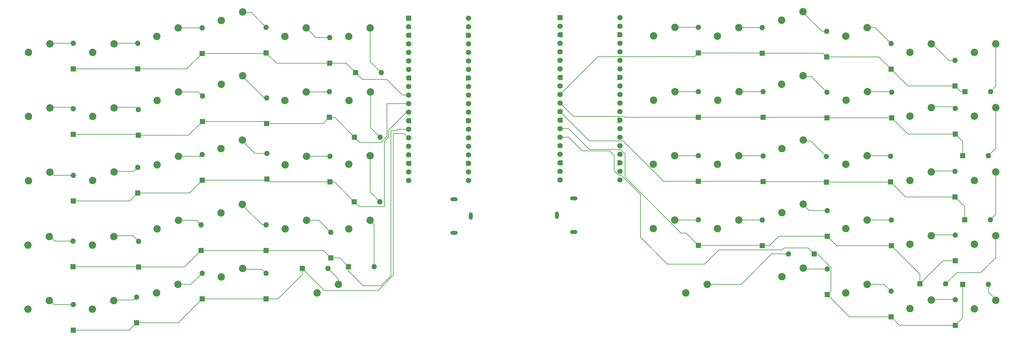
<source format=gbl>
G04 #@! TF.GenerationSoftware,KiCad,Pcbnew,9.0.2*
G04 #@! TF.CreationDate,2025-05-23T18:35:33-06:00*
G04 #@! TF.ProjectId,Colette,436f6c65-7474-4652-9e6b-696361645f70,rev?*
G04 #@! TF.SameCoordinates,Original*
G04 #@! TF.FileFunction,Copper,L2,Bot*
G04 #@! TF.FilePolarity,Positive*
%FSLAX46Y46*%
G04 Gerber Fmt 4.6, Leading zero omitted, Abs format (unit mm)*
G04 Created by KiCad (PCBNEW 9.0.2) date 2025-05-23 18:35:33*
%MOMM*%
%LPD*%
G01*
G04 APERTURE LIST*
G04 Aperture macros list*
%AMRoundRect*
0 Rectangle with rounded corners*
0 $1 Rounding radius*
0 $2 $3 $4 $5 $6 $7 $8 $9 X,Y pos of 4 corners*
0 Add a 4 corners polygon primitive as box body*
4,1,4,$2,$3,$4,$5,$6,$7,$8,$9,$2,$3,0*
0 Add four circle primitives for the rounded corners*
1,1,$1+$1,$2,$3*
1,1,$1+$1,$4,$5*
1,1,$1+$1,$6,$7*
1,1,$1+$1,$8,$9*
0 Add four rect primitives between the rounded corners*
20,1,$1+$1,$2,$3,$4,$5,0*
20,1,$1+$1,$4,$5,$6,$7,0*
20,1,$1+$1,$6,$7,$8,$9,0*
20,1,$1+$1,$8,$9,$2,$3,0*%
%AMFreePoly0*
4,1,37,0.603843,0.796157,0.639018,0.796157,0.711114,0.766294,0.766294,0.711114,0.796157,0.639018,0.796157,0.603843,0.800000,0.600000,0.800000,-0.600000,0.796157,-0.603843,0.796157,-0.639018,0.766294,-0.711114,0.711114,-0.766294,0.639018,-0.796157,0.603843,-0.796157,0.600000,-0.800000,0.000000,-0.800000,0.000000,-0.796148,-0.078414,-0.796148,-0.232228,-0.765552,-0.377117,-0.705537,
-0.507515,-0.618408,-0.618408,-0.507515,-0.705537,-0.377117,-0.765552,-0.232228,-0.796148,-0.078414,-0.796148,0.078414,-0.765552,0.232228,-0.705537,0.377117,-0.618408,0.507515,-0.507515,0.618408,-0.377117,0.705537,-0.232228,0.765552,-0.078414,0.796148,0.000000,0.796148,0.000000,0.800000,0.600000,0.800000,0.603843,0.796157,0.603843,0.796157,$1*%
%AMFreePoly1*
4,1,37,0.000000,0.796148,0.078414,0.796148,0.232228,0.765552,0.377117,0.705537,0.507515,0.618408,0.618408,0.507515,0.705537,0.377117,0.765552,0.232228,0.796148,0.078414,0.796148,-0.078414,0.765552,-0.232228,0.705537,-0.377117,0.618408,-0.507515,0.507515,-0.618408,0.377117,-0.705537,0.232228,-0.765552,0.078414,-0.796148,0.000000,-0.796148,0.000000,-0.800000,-0.600000,-0.800000,
-0.603843,-0.796157,-0.639018,-0.796157,-0.711114,-0.766294,-0.766294,-0.711114,-0.796157,-0.639018,-0.796157,-0.603843,-0.800000,-0.600000,-0.800000,0.600000,-0.796157,0.603843,-0.796157,0.639018,-0.766294,0.711114,-0.711114,0.766294,-0.639018,0.796157,-0.603843,0.796157,-0.600000,0.800000,0.000000,0.800000,0.000000,0.796148,0.000000,0.796148,$1*%
G04 Aperture macros list end*
G04 #@! TA.AperFunction,ComponentPad*
%ADD10C,2.200000*%
G04 #@! TD*
G04 #@! TA.AperFunction,ComponentPad*
%ADD11R,1.600000X1.600000*%
G04 #@! TD*
G04 #@! TA.AperFunction,ComponentPad*
%ADD12O,1.600000X1.600000*%
G04 #@! TD*
G04 #@! TA.AperFunction,ComponentPad*
%ADD13O,2.200000X1.200000*%
G04 #@! TD*
G04 #@! TA.AperFunction,ComponentPad*
%ADD14O,1.200000X2.200000*%
G04 #@! TD*
G04 #@! TA.AperFunction,ComponentPad*
%ADD15RoundRect,0.200000X-0.600000X-0.600000X0.600000X-0.600000X0.600000X0.600000X-0.600000X0.600000X0*%
G04 #@! TD*
G04 #@! TA.AperFunction,ComponentPad*
%ADD16C,1.600000*%
G04 #@! TD*
G04 #@! TA.AperFunction,ComponentPad*
%ADD17FreePoly0,0.000000*%
G04 #@! TD*
G04 #@! TA.AperFunction,ComponentPad*
%ADD18FreePoly1,0.000000*%
G04 #@! TD*
G04 #@! TA.AperFunction,Conductor*
%ADD19C,0.200000*%
G04 #@! TD*
G04 APERTURE END LIST*
D10*
X323075000Y-87107500D03*
X316725000Y-89647500D03*
D11*
X87520000Y-72127500D03*
D12*
X87520000Y-64507500D03*
D11*
X291975000Y-130265000D03*
D12*
X291975000Y-122645000D03*
D11*
X87420000Y-51927500D03*
D12*
X87420000Y-44307500D03*
D11*
X106720000Y-89227500D03*
D12*
X106720000Y-81607500D03*
D11*
X49220000Y-56527500D03*
D12*
X49220000Y-48907500D03*
D10*
X61220000Y-125420000D03*
X54870000Y-127960000D03*
X137320000Y-101577500D03*
X130970000Y-104117500D03*
D11*
X106620000Y-72727500D03*
D12*
X106620000Y-65107500D03*
D11*
X234775000Y-89965000D03*
D12*
X234775000Y-82345000D03*
D11*
X272775000Y-90155000D03*
D12*
X272775000Y-82535000D03*
D10*
X303925000Y-125267500D03*
X297575000Y-127807500D03*
X265975000Y-96682500D03*
X259625000Y-99222500D03*
X127970000Y-120617500D03*
X121620000Y-123157500D03*
D11*
X106420000Y-124927500D03*
D12*
X106420000Y-117307500D03*
D10*
X99420000Y-96795000D03*
X93070000Y-99335000D03*
D11*
X125620000Y-112727500D03*
D12*
X125620000Y-105107500D03*
D13*
X197750000Y-95000000D03*
D14*
X192750000Y-100000000D03*
D13*
X197750000Y-105000000D03*
D10*
X137370000Y-44317500D03*
X131020000Y-46857500D03*
D11*
X273075000Y-106255000D03*
D12*
X273075000Y-98635000D03*
D10*
X227815000Y-63265000D03*
X221465000Y-65805000D03*
D11*
X273075000Y-123655000D03*
D12*
X273075000Y-116035000D03*
D10*
X246875000Y-63245000D03*
X240525000Y-65785000D03*
X303975000Y-87107500D03*
X297625000Y-89647500D03*
X118370000Y-63317500D03*
X112020000Y-65857500D03*
X118370000Y-44317500D03*
X112020000Y-46857500D03*
X303975000Y-49007500D03*
X297625000Y-51547500D03*
X80370000Y-44317500D03*
X74020000Y-46857500D03*
D11*
X311075000Y-113555000D03*
D12*
X311075000Y-105935000D03*
D10*
X284975000Y-63245000D03*
X278625000Y-65785000D03*
X237375000Y-120545000D03*
X231025000Y-123085000D03*
X246825000Y-82305000D03*
X240475000Y-84845000D03*
X284875000Y-120545000D03*
X278525000Y-123085000D03*
D11*
X133010000Y-57607500D03*
D12*
X140630000Y-57607500D03*
D10*
X323075000Y-68007500D03*
X316725000Y-70547500D03*
X80420000Y-101557500D03*
X74070000Y-104097500D03*
D11*
X253775000Y-109055000D03*
D12*
X253775000Y-101435000D03*
D11*
X234775000Y-70855000D03*
D12*
X234775000Y-63235000D03*
D10*
X265975000Y-115782500D03*
X259625000Y-118322500D03*
X80420000Y-82457500D03*
X74070000Y-84997500D03*
D11*
X310975000Y-94555000D03*
D12*
X310975000Y-86935000D03*
D10*
X137320000Y-82357500D03*
X130970000Y-84897500D03*
D11*
X125420000Y-90117500D03*
D12*
X125420000Y-82497500D03*
D10*
X80270000Y-120617500D03*
X73920000Y-123157500D03*
D11*
X253975000Y-70855000D03*
D12*
X253975000Y-63235000D03*
D10*
X227775000Y-101445000D03*
X221425000Y-103985000D03*
X323125000Y-49067500D03*
X316775000Y-51607500D03*
D11*
X125220000Y-70907500D03*
D12*
X125220000Y-63287500D03*
D11*
X272875000Y-52965000D03*
D12*
X272875000Y-45345000D03*
D11*
X291875000Y-90065000D03*
D12*
X291875000Y-82445000D03*
D11*
X68620000Y-115427500D03*
D12*
X68620000Y-107807500D03*
D10*
X61270000Y-87180000D03*
X54920000Y-89720000D03*
D11*
X313955000Y-63245000D03*
D12*
X321575000Y-63245000D03*
D11*
X292175000Y-71055000D03*
D12*
X292175000Y-63435000D03*
D11*
X313265000Y-120545000D03*
D12*
X320885000Y-120545000D03*
D10*
X284875000Y-82345000D03*
X278525000Y-84885000D03*
D11*
X49120000Y-115317500D03*
D12*
X49120000Y-107697500D03*
D11*
X49220000Y-75927500D03*
D12*
X49220000Y-68307500D03*
D10*
X61270000Y-49080000D03*
X54920000Y-51620000D03*
X99470000Y-115855000D03*
X93120000Y-118395000D03*
D11*
X125320000Y-54827500D03*
D12*
X125320000Y-47207500D03*
D15*
X148720000Y-41447500D03*
D16*
X148720000Y-43987500D03*
D17*
X148720000Y-46527500D03*
D16*
X148720000Y-49067500D03*
X148720000Y-51607500D03*
X148720000Y-54147500D03*
X148720000Y-56687500D03*
D17*
X148720000Y-59227500D03*
D16*
X148720000Y-61767500D03*
X148720000Y-64307500D03*
X148720000Y-66847500D03*
X148720000Y-69387500D03*
D17*
X148720000Y-71927500D03*
D16*
X148720000Y-74467500D03*
X148720000Y-77007500D03*
X148720000Y-79547500D03*
X148720000Y-82087500D03*
D17*
X148720000Y-84627500D03*
D16*
X148720000Y-87167500D03*
X148720000Y-89707500D03*
X166500000Y-89707500D03*
X166500000Y-87167500D03*
D18*
X166500000Y-84627500D03*
D16*
X166500000Y-82087500D03*
X166500000Y-79547500D03*
X166500000Y-77007500D03*
X166500000Y-74467500D03*
D18*
X166500000Y-71927500D03*
D16*
X166500000Y-69387500D03*
X166500000Y-66847500D03*
X166500000Y-64307500D03*
X166500000Y-61767500D03*
D18*
X166500000Y-59227500D03*
D16*
X166500000Y-56687500D03*
X166500000Y-54147500D03*
X166500000Y-51607500D03*
X166500000Y-49067500D03*
D18*
X166500000Y-46527500D03*
D16*
X166500000Y-43987500D03*
X166500000Y-41447500D03*
D10*
X42220000Y-49080000D03*
X35870000Y-51620000D03*
D11*
X87420000Y-89617500D03*
D12*
X87420000Y-81997500D03*
D10*
X303975000Y-68007500D03*
X297625000Y-70547500D03*
D15*
X193750000Y-41250000D03*
D16*
X193750000Y-43790000D03*
D17*
X193750000Y-46330000D03*
D16*
X193750000Y-48870000D03*
X193750000Y-51410000D03*
X193750000Y-53950000D03*
X193750000Y-56490000D03*
D17*
X193750000Y-59030000D03*
D16*
X193750000Y-61570000D03*
X193750000Y-64110000D03*
X193750000Y-66650000D03*
X193750000Y-69190000D03*
D17*
X193750000Y-71730000D03*
D16*
X193750000Y-74270000D03*
X193750000Y-76810000D03*
X193750000Y-79350000D03*
X193750000Y-81890000D03*
D17*
X193750000Y-84430000D03*
D16*
X193750000Y-86970000D03*
X193750000Y-89510000D03*
X211530000Y-89510000D03*
X211530000Y-86970000D03*
D18*
X211530000Y-84430000D03*
D16*
X211530000Y-81890000D03*
X211530000Y-79350000D03*
X211530000Y-76810000D03*
X211530000Y-74270000D03*
D18*
X211530000Y-71730000D03*
D16*
X211530000Y-69190000D03*
X211530000Y-66650000D03*
X211530000Y-64110000D03*
X211530000Y-61570000D03*
D18*
X211530000Y-59030000D03*
D16*
X211530000Y-56490000D03*
X211530000Y-53950000D03*
X211530000Y-51410000D03*
X211530000Y-48870000D03*
D18*
X211530000Y-46330000D03*
D16*
X211530000Y-43790000D03*
X211530000Y-41250000D03*
D11*
X269185000Y-111545000D03*
D12*
X261565000Y-111545000D03*
D10*
X42220000Y-87220000D03*
X35870000Y-89760000D03*
X323075000Y-125307500D03*
X316725000Y-127847500D03*
D11*
X311075000Y-132755000D03*
D12*
X311075000Y-125135000D03*
D10*
X227775000Y-82345000D03*
X221425000Y-84885000D03*
D11*
X132610000Y-96007500D03*
D12*
X140230000Y-96007500D03*
D11*
X313255000Y-82345000D03*
D12*
X320875000Y-82345000D03*
D10*
X99440000Y-39555000D03*
X93090000Y-42095000D03*
D11*
X300555000Y-120445000D03*
D12*
X308175000Y-120445000D03*
D10*
X118420000Y-82457500D03*
X112070000Y-84997500D03*
D11*
X132700000Y-76807500D03*
D12*
X140320000Y-76807500D03*
D10*
X284875000Y-101445000D03*
X278525000Y-103985000D03*
D11*
X87120000Y-110527500D03*
D12*
X87120000Y-102907500D03*
D11*
X311075000Y-75865000D03*
D12*
X311075000Y-68245000D03*
D11*
X253975000Y-90055000D03*
D12*
X253975000Y-82435000D03*
D11*
X313855000Y-101345000D03*
D12*
X321475000Y-101345000D03*
D10*
X42120000Y-125420000D03*
X35770000Y-127960000D03*
D11*
X291975000Y-56555000D03*
D12*
X291975000Y-48935000D03*
D11*
X272975000Y-71065000D03*
D12*
X272975000Y-63445000D03*
D11*
X234775000Y-108965000D03*
D12*
X234775000Y-101345000D03*
D11*
X68320000Y-56527500D03*
D12*
X68320000Y-48907500D03*
D11*
X117210000Y-115807500D03*
D12*
X124830000Y-115807500D03*
D10*
X265975000Y-77682500D03*
X259625000Y-80222500D03*
X303975000Y-106107500D03*
X297625000Y-108647500D03*
D11*
X130910000Y-115307500D03*
D12*
X138530000Y-115307500D03*
D10*
X61320000Y-68120000D03*
X54970000Y-70660000D03*
D11*
X106420000Y-110517500D03*
D12*
X106420000Y-102897500D03*
D11*
X253775000Y-51865000D03*
D12*
X253775000Y-44245000D03*
D10*
X99420000Y-77695000D03*
X93070000Y-80235000D03*
X246825000Y-101445000D03*
X240475000Y-103985000D03*
D11*
X68020000Y-132017500D03*
D12*
X68020000Y-124397500D03*
D11*
X106420000Y-51717500D03*
D12*
X106420000Y-44097500D03*
D11*
X68320000Y-93417500D03*
D12*
X68320000Y-85797500D03*
D10*
X80420000Y-63357500D03*
X74070000Y-65897500D03*
X265875000Y-58482500D03*
X259525000Y-61022500D03*
D11*
X68520000Y-76227500D03*
D12*
X68520000Y-68607500D03*
D11*
X87420000Y-124917500D03*
D12*
X87420000Y-117297500D03*
D10*
X227815000Y-44165000D03*
X221465000Y-46705000D03*
D13*
X162250000Y-105250000D03*
D14*
X167250000Y-100250000D03*
D13*
X162250000Y-95250000D03*
D10*
X99470000Y-58555000D03*
X93120000Y-61095000D03*
X323075000Y-106107500D03*
X316725000Y-108647500D03*
D11*
X234775000Y-51765000D03*
D12*
X234775000Y-44145000D03*
D10*
X284875000Y-44245000D03*
X278525000Y-46785000D03*
X42220000Y-68120000D03*
X35870000Y-70660000D03*
D11*
X49220000Y-134217500D03*
D12*
X49220000Y-126597500D03*
D11*
X49220000Y-95817500D03*
D12*
X49220000Y-88197500D03*
D10*
X118420000Y-101557500D03*
X112070000Y-104097500D03*
X246825000Y-44205000D03*
X240475000Y-46745000D03*
X137420000Y-63357500D03*
X131070000Y-65897500D03*
X265875000Y-39482500D03*
X259525000Y-42022500D03*
D11*
X310975000Y-61565000D03*
D12*
X310975000Y-53945000D03*
D10*
X42120000Y-106320000D03*
X35770000Y-108860000D03*
X61220000Y-106320000D03*
X54870000Y-108860000D03*
D11*
X292075000Y-109055000D03*
D12*
X292075000Y-101435000D03*
D19*
X49180000Y-48867500D02*
X49220000Y-48907500D01*
X42220000Y-48867500D02*
X49180000Y-48867500D01*
X87420000Y-51927500D02*
X106210000Y-51927500D01*
X106210000Y-51927500D02*
X106420000Y-51717500D01*
X68320000Y-56527500D02*
X82820000Y-56527500D01*
X133010000Y-57607500D02*
X135010000Y-59607500D01*
X146920000Y-64307500D02*
X148140000Y-64307500D01*
X106420000Y-51717500D02*
X109530000Y-54827500D01*
X125320000Y-54827500D02*
X130230000Y-54827500D01*
X109530000Y-54827500D02*
X125320000Y-54827500D01*
X142220000Y-59607500D02*
X146920000Y-64307500D01*
X49220000Y-56527500D02*
X68320000Y-56527500D01*
X130230000Y-54827500D02*
X133010000Y-57607500D01*
X135010000Y-59607500D02*
X142220000Y-59607500D01*
X82820000Y-56527500D02*
X87420000Y-51927500D01*
X68280000Y-48867500D02*
X68320000Y-48907500D01*
X61270000Y-48867500D02*
X68280000Y-48867500D01*
X87410000Y-44317500D02*
X87420000Y-44307500D01*
X80370000Y-44317500D02*
X87410000Y-44317500D01*
X102090000Y-39767500D02*
X106420000Y-44097500D01*
X99440000Y-39767500D02*
X102090000Y-39767500D01*
X121260000Y-47207500D02*
X125320000Y-47207500D01*
X118370000Y-44317500D02*
X121260000Y-47207500D01*
X137370000Y-54347500D02*
X137370000Y-44317500D01*
X140630000Y-57607500D02*
X137370000Y-54347500D01*
X140420000Y-78407500D02*
X142320000Y-76507500D01*
X106620000Y-72727500D02*
X123400000Y-72727500D01*
X123400000Y-72727500D02*
X125220000Y-70907500D01*
X132700000Y-76807500D02*
X134300000Y-78407500D01*
X142320000Y-66707500D02*
X142460000Y-66847500D01*
X49220000Y-75927500D02*
X68220000Y-75927500D01*
X125220000Y-70907500D02*
X126800000Y-70907500D01*
X142320000Y-76507500D02*
X142320000Y-66707500D01*
X68220000Y-75927500D02*
X68520000Y-76227500D01*
X83420000Y-76227500D02*
X87520000Y-72127500D01*
X68520000Y-76227500D02*
X83420000Y-76227500D01*
X106020000Y-72127500D02*
X106620000Y-72727500D01*
X87520000Y-72127500D02*
X106020000Y-72127500D01*
X134300000Y-78407500D02*
X140420000Y-78407500D01*
X126800000Y-70907500D02*
X132700000Y-76807500D01*
X142460000Y-66847500D02*
X148140000Y-66847500D01*
X48820000Y-67907500D02*
X49220000Y-68307500D01*
X42220000Y-67907500D02*
X48820000Y-67907500D01*
X61320000Y-67907500D02*
X67820000Y-67907500D01*
X67820000Y-67907500D02*
X68520000Y-68607500D01*
X86370000Y-63357500D02*
X87520000Y-64507500D01*
X80420000Y-63357500D02*
X86370000Y-63357500D01*
X99470000Y-58767500D02*
X105810000Y-65107500D01*
X105810000Y-65107500D02*
X106620000Y-65107500D01*
X118370000Y-63317500D02*
X125190000Y-63317500D01*
X125190000Y-63317500D02*
X125220000Y-63287500D01*
X137420000Y-63357500D02*
X137420000Y-73907500D01*
X137420000Y-73907500D02*
X140320000Y-76807500D01*
X107610000Y-90117500D02*
X125420000Y-90117500D01*
X141520000Y-78107500D02*
X142720000Y-76907500D01*
X134110000Y-97507500D02*
X141520000Y-97507500D01*
X141520000Y-97507500D02*
X141520000Y-78107500D01*
X106330000Y-89617500D02*
X106720000Y-89227500D01*
X68320000Y-93417500D02*
X83620000Y-93417500D01*
X49220000Y-95817500D02*
X65920000Y-95817500D01*
X83620000Y-93417500D02*
X87420000Y-89617500D01*
X65920000Y-95817500D02*
X68320000Y-93417500D01*
X142720000Y-76907500D02*
X142720000Y-74807500D01*
X142720000Y-74807500D02*
X148140000Y-69387500D01*
X132610000Y-96007500D02*
X134110000Y-97507500D01*
X87420000Y-89617500D02*
X106330000Y-89617500D01*
X126720000Y-90117500D02*
X132610000Y-96007500D01*
X125420000Y-90117500D02*
X126720000Y-90117500D01*
X106720000Y-89227500D02*
X107610000Y-90117500D01*
X42220000Y-87007500D02*
X43410000Y-88197500D01*
X43410000Y-88197500D02*
X49220000Y-88197500D01*
X61270000Y-86967500D02*
X67150000Y-86967500D01*
X67150000Y-86967500D02*
X68320000Y-85797500D01*
X86960000Y-82457500D02*
X87420000Y-81997500D01*
X80420000Y-82457500D02*
X86960000Y-82457500D01*
X99420000Y-77907500D02*
X103120000Y-81607500D01*
X103120000Y-81607500D02*
X106720000Y-81607500D01*
X118420000Y-82457500D02*
X125380000Y-82457500D01*
X125380000Y-82457500D02*
X125420000Y-82497500D01*
X137320000Y-82357500D02*
X137320000Y-93097500D01*
X137320000Y-93097500D02*
X140230000Y-96007500D01*
X43710000Y-107697500D02*
X49120000Y-107697500D01*
X42120000Y-106107500D02*
X43710000Y-107697500D01*
X123410000Y-110517500D02*
X125620000Y-112727500D01*
X130910000Y-115307500D02*
X130910000Y-116597500D01*
X128330000Y-112727500D02*
X130910000Y-115307500D01*
X140520000Y-121007500D02*
X143520000Y-118007500D01*
X106410000Y-110527500D02*
X106420000Y-110517500D01*
X125620000Y-112727500D02*
X128330000Y-112727500D01*
X143520000Y-74907500D02*
X145160000Y-74907500D01*
X145160000Y-74907500D02*
X145600000Y-74467500D01*
X145600000Y-74467500D02*
X148720000Y-74467500D01*
X106420000Y-110517500D02*
X123410000Y-110517500D01*
X68620000Y-115427500D02*
X82220000Y-115427500D01*
X130910000Y-116597500D02*
X135320000Y-121007500D01*
X135320000Y-121007500D02*
X140520000Y-121007500D01*
X143520000Y-118007500D02*
X143520000Y-74907500D01*
X68510000Y-115317500D02*
X68620000Y-115427500D01*
X87120000Y-110527500D02*
X106410000Y-110527500D01*
X49120000Y-115317500D02*
X68510000Y-115317500D01*
X82220000Y-115427500D02*
X87120000Y-110527500D01*
X66920000Y-106107500D02*
X68620000Y-107807500D01*
X61220000Y-106107500D02*
X66920000Y-106107500D01*
X80420000Y-101557500D02*
X85770000Y-101557500D01*
X85770000Y-101557500D02*
X87120000Y-102907500D01*
X99420000Y-97007500D02*
X105310000Y-102897500D01*
X105310000Y-102897500D02*
X106420000Y-102897500D01*
X122070000Y-101557500D02*
X125620000Y-105107500D01*
X118420000Y-101557500D02*
X122070000Y-101557500D01*
X138530000Y-102787500D02*
X138530000Y-115307500D01*
X137320000Y-101577500D02*
X138530000Y-102787500D01*
X80320000Y-132017500D02*
X87420000Y-124917500D01*
X139687100Y-122407500D02*
X144220000Y-117874600D01*
X87420000Y-124917500D02*
X106410000Y-124917500D01*
X65820000Y-134217500D02*
X68020000Y-132017500D01*
X144220000Y-75707500D02*
X147420000Y-75707500D01*
X144220000Y-117874600D02*
X144220000Y-75707500D01*
X117210000Y-115807500D02*
X123810000Y-122407500D01*
X68020000Y-132017500D02*
X80320000Y-132017500D01*
X117210000Y-117670565D02*
X117210000Y-115807500D01*
X106420000Y-124927500D02*
X109953065Y-124927500D01*
X123810000Y-122407500D02*
X139687100Y-122407500D01*
X109953065Y-124927500D02*
X117210000Y-117670565D01*
X147420000Y-75707500D02*
X148720000Y-77007500D01*
X106410000Y-124917500D02*
X106420000Y-124927500D01*
X49220000Y-134217500D02*
X65820000Y-134217500D01*
X42120000Y-125207500D02*
X43510000Y-126597500D01*
X43510000Y-126597500D02*
X49220000Y-126597500D01*
X61220000Y-125207500D02*
X67210000Y-125207500D01*
X67210000Y-125207500D02*
X68020000Y-124397500D01*
X80270000Y-120617500D02*
X84100000Y-120617500D01*
X84100000Y-120617500D02*
X87420000Y-117297500D01*
X99470000Y-116067500D02*
X105180000Y-116067500D01*
X105180000Y-116067500D02*
X106420000Y-117307500D01*
X127970000Y-120617500D02*
X127970000Y-118947500D01*
X127970000Y-118947500D02*
X124830000Y-115807500D01*
X234755000Y-44165000D02*
X234775000Y-44145000D01*
X227815000Y-44165000D02*
X234755000Y-44165000D01*
X233696000Y-52844000D02*
X205016000Y-52844000D01*
X310975000Y-61565000D02*
X296985000Y-61565000D01*
X253775000Y-51865000D02*
X271775000Y-51865000D01*
X312655000Y-63245000D02*
X310975000Y-61565000D01*
X288385000Y-52965000D02*
X291975000Y-56555000D01*
X313955000Y-63245000D02*
X312655000Y-63245000D01*
X296985000Y-61565000D02*
X291975000Y-56555000D01*
X271775000Y-51865000D02*
X272875000Y-52965000D01*
X272875000Y-52965000D02*
X288385000Y-52965000D01*
X253675000Y-51765000D02*
X253775000Y-51865000D01*
X234775000Y-51765000D02*
X233696000Y-52844000D01*
X205016000Y-52844000D02*
X193750000Y-64110000D01*
X234775000Y-51765000D02*
X253675000Y-51765000D01*
X311075000Y-75865000D02*
X296985000Y-75865000D01*
X253975000Y-70855000D02*
X272765000Y-70855000D01*
X272765000Y-70855000D02*
X272975000Y-71065000D01*
X197724000Y-70624000D02*
X193750000Y-66650000D01*
X272975000Y-71065000D02*
X292165000Y-71065000D01*
X212900050Y-70855000D02*
X212669050Y-70624000D01*
X296985000Y-75865000D02*
X292175000Y-71055000D01*
X253975000Y-70855000D02*
X234775000Y-70855000D01*
X234775000Y-70855000D02*
X212900050Y-70855000D01*
X313255000Y-78045000D02*
X311075000Y-75865000D01*
X212669050Y-70624000D02*
X197724000Y-70624000D01*
X292165000Y-71065000D02*
X292175000Y-71055000D01*
X313255000Y-82345000D02*
X313255000Y-78045000D01*
X234745000Y-63265000D02*
X234775000Y-63235000D01*
X227815000Y-63265000D02*
X234745000Y-63265000D01*
X272675000Y-90055000D02*
X272775000Y-90155000D01*
X202471000Y-77911000D02*
X193750000Y-69190000D01*
X310975000Y-94555000D02*
X296365000Y-94555000D01*
X224450184Y-89965000D02*
X212391184Y-77906000D01*
X313855000Y-97435000D02*
X310975000Y-94555000D01*
X296365000Y-94555000D02*
X291875000Y-90065000D01*
X212391184Y-77906000D02*
X212386184Y-77911000D01*
X234775000Y-89965000D02*
X253885000Y-89965000D01*
X313855000Y-101345000D02*
X313855000Y-97435000D01*
X212386184Y-77911000D02*
X202471000Y-77911000D01*
X253975000Y-90055000D02*
X272675000Y-90055000D01*
X253885000Y-89965000D02*
X253975000Y-90055000D01*
X234775000Y-89965000D02*
X224450184Y-89965000D01*
X291785000Y-90155000D02*
X291875000Y-90065000D01*
X272775000Y-90155000D02*
X291785000Y-90155000D01*
X227775000Y-82345000D02*
X234775000Y-82345000D01*
X234775000Y-108965000D02*
X231134000Y-105324000D01*
X212981000Y-81783950D02*
X211648050Y-80451000D01*
X258675000Y-106245000D02*
X258685000Y-106255000D01*
X258685000Y-106255000D02*
X273075000Y-106255000D01*
X212981000Y-88651000D02*
X212981000Y-81783950D01*
X253775000Y-109055000D02*
X255865000Y-109055000D01*
X202451000Y-80451000D02*
X196270000Y-74270000D01*
X234775000Y-108965000D02*
X253685000Y-108965000D01*
X311075000Y-113555000D02*
X307445000Y-113555000D01*
X273075000Y-106255000D02*
X275875000Y-109055000D01*
X211648050Y-80451000D02*
X202451000Y-80451000D01*
X253685000Y-108965000D02*
X253775000Y-109055000D01*
X300555000Y-120445000D02*
X300555000Y-117535000D01*
X300555000Y-117535000D02*
X292075000Y-109055000D01*
X307445000Y-113555000D02*
X300555000Y-120445000D01*
X231134000Y-105324000D02*
X229654000Y-105324000D01*
X275875000Y-109055000D02*
X292075000Y-109055000D01*
X229654000Y-105324000D02*
X212981000Y-88651000D01*
X196270000Y-74270000D02*
X193750000Y-74270000D01*
X255865000Y-109055000D02*
X258675000Y-106245000D01*
X234675000Y-101445000D02*
X234775000Y-101345000D01*
X227775000Y-101445000D02*
X234675000Y-101445000D01*
X247575000Y-120545000D02*
X256575000Y-111545000D01*
X256575000Y-111545000D02*
X261565000Y-111545000D01*
X237375000Y-120545000D02*
X247575000Y-120545000D01*
X211071000Y-88071000D02*
X209841000Y-86841000D01*
X269185000Y-111545000D02*
X267385000Y-109745000D01*
X270142050Y-111545000D02*
X269185000Y-111545000D01*
X279685000Y-130265000D02*
X291975000Y-130265000D01*
X274176000Y-122554000D02*
X274176000Y-115578950D01*
X209841000Y-86841000D02*
X209841000Y-82338164D01*
X313265000Y-130565000D02*
X311075000Y-132755000D01*
X208354836Y-80852000D02*
X200332000Y-80852000D01*
X217575000Y-93812100D02*
X211833900Y-88071000D01*
X240875000Y-110345000D02*
X236675000Y-114545000D01*
X209841000Y-82338164D02*
X208354836Y-80852000D01*
X211833900Y-88071000D02*
X211071000Y-88071000D01*
X267385000Y-109745000D02*
X260275000Y-109745000D01*
X260275000Y-109745000D02*
X259675000Y-110345000D01*
X273075000Y-123655000D02*
X279685000Y-130265000D01*
X291975000Y-130265000D02*
X294465000Y-132755000D01*
X217575000Y-106545000D02*
X217575000Y-93812100D01*
X259675000Y-110345000D02*
X240875000Y-110345000D01*
X196290000Y-76810000D02*
X193750000Y-76810000D01*
X274176000Y-115578950D02*
X270142050Y-111545000D01*
X294465000Y-132755000D02*
X311075000Y-132755000D01*
X273075000Y-123655000D02*
X274176000Y-122554000D01*
X225575000Y-114545000D02*
X217575000Y-106545000D01*
X200332000Y-80852000D02*
X196290000Y-76810000D01*
X236675000Y-114545000D02*
X225575000Y-114545000D01*
X313265000Y-120545000D02*
X313265000Y-130565000D01*
X246825000Y-44205000D02*
X253735000Y-44205000D01*
X253735000Y-44205000D02*
X253775000Y-44245000D01*
X246875000Y-63245000D02*
X253965000Y-63245000D01*
X253965000Y-63245000D02*
X253975000Y-63235000D01*
X246825000Y-82305000D02*
X253845000Y-82305000D01*
X253845000Y-82305000D02*
X253975000Y-82435000D01*
X246825000Y-101445000D02*
X253765000Y-101445000D01*
X253765000Y-101445000D02*
X253775000Y-101435000D01*
X273035000Y-115995000D02*
X273075000Y-116035000D01*
X265975000Y-115995000D02*
X273035000Y-115995000D01*
X271525000Y-45345000D02*
X272875000Y-45345000D01*
X265875000Y-39695000D02*
X271525000Y-45345000D01*
X265875000Y-58695000D02*
X268225000Y-58695000D01*
X268225000Y-58695000D02*
X272975000Y-63445000D01*
X265975000Y-77895000D02*
X268135000Y-77895000D01*
X268135000Y-77895000D02*
X272775000Y-82535000D01*
X265975000Y-96895000D02*
X267715000Y-98635000D01*
X267715000Y-98635000D02*
X273075000Y-98635000D01*
X284875000Y-120545000D02*
X289875000Y-120545000D01*
X289875000Y-120545000D02*
X291975000Y-122645000D01*
X287285000Y-44245000D02*
X291975000Y-48935000D01*
X284875000Y-44245000D02*
X287285000Y-44245000D01*
X284975000Y-63245000D02*
X291985000Y-63245000D01*
X291985000Y-63245000D02*
X292175000Y-63435000D01*
X284875000Y-82345000D02*
X291775000Y-82345000D01*
X291775000Y-82345000D02*
X291875000Y-82445000D01*
X284875000Y-101445000D02*
X292065000Y-101445000D01*
X292065000Y-101445000D02*
X292075000Y-101435000D01*
X303925000Y-125055000D02*
X310995000Y-125055000D01*
X310995000Y-125055000D02*
X311075000Y-125135000D01*
X309125000Y-53945000D02*
X310975000Y-53945000D01*
X303975000Y-48795000D02*
X309125000Y-53945000D01*
X303975000Y-67795000D02*
X310625000Y-67795000D01*
X310625000Y-67795000D02*
X311075000Y-68245000D01*
X310935000Y-86895000D02*
X310975000Y-86935000D01*
X303975000Y-86895000D02*
X310935000Y-86895000D01*
X311035000Y-105895000D02*
X311075000Y-105935000D01*
X303975000Y-105895000D02*
X311035000Y-105895000D01*
X323075000Y-125095000D02*
X320885000Y-122905000D01*
X320885000Y-122905000D02*
X320885000Y-120545000D01*
X323125000Y-61695000D02*
X321575000Y-63245000D01*
X323125000Y-48855000D02*
X323125000Y-61695000D01*
X323075000Y-67795000D02*
X323075000Y-80145000D01*
X323075000Y-80145000D02*
X320875000Y-82345000D01*
X323075000Y-99745000D02*
X321475000Y-101345000D01*
X323075000Y-86895000D02*
X323075000Y-99745000D01*
X318605000Y-117145000D02*
X311375000Y-117145000D01*
X311375000Y-117245000D02*
X308175000Y-120445000D01*
X311375000Y-117145000D02*
X311375000Y-117245000D01*
X323075000Y-112675000D02*
X318605000Y-117145000D01*
X323075000Y-105895000D02*
X323075000Y-112675000D01*
M02*

</source>
